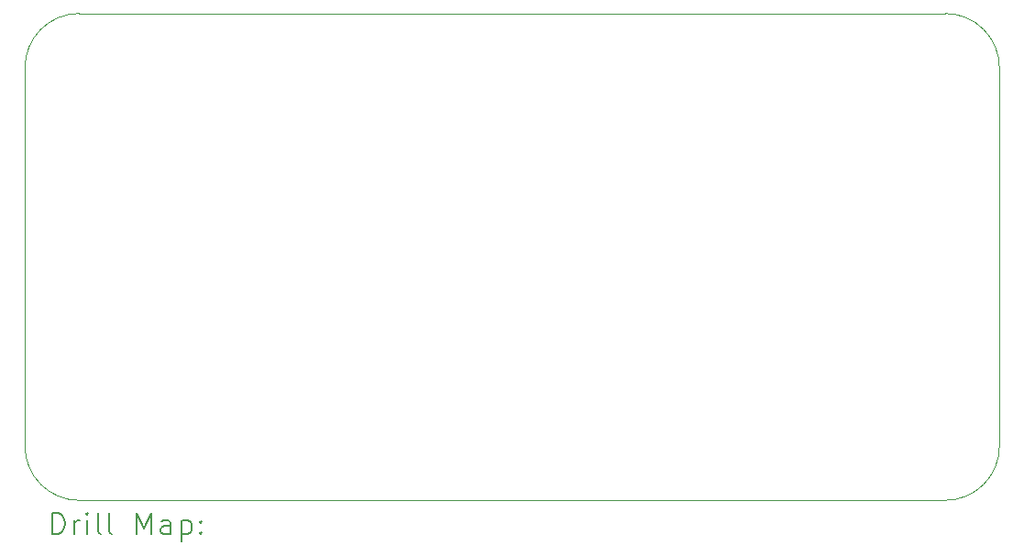
<source format=gbr>
%TF.GenerationSoftware,KiCad,Pcbnew,(6.0.11)*%
%TF.CreationDate,2023-08-09T22:56:22+02:00*%
%TF.ProjectId,Voiture_RC,566f6974-7572-4655-9f52-432e6b696361,rev?*%
%TF.SameCoordinates,Original*%
%TF.FileFunction,Drillmap*%
%TF.FilePolarity,Positive*%
%FSLAX45Y45*%
G04 Gerber Fmt 4.5, Leading zero omitted, Abs format (unit mm)*
G04 Created by KiCad (PCBNEW (6.0.11)) date 2023-08-09 22:56:22*
%MOMM*%
%LPD*%
G01*
G04 APERTURE LIST*
%ADD10C,0.100000*%
%ADD11C,0.200000*%
G04 APERTURE END LIST*
D10*
X13000000Y-11000000D02*
X13000000Y-14500000D01*
X21500000Y-10500000D02*
X13500000Y-10500000D01*
X13000000Y-14500000D02*
G75*
G03*
X13500000Y-15000000I500000J0D01*
G01*
X13500000Y-15000000D02*
X21500000Y-15000000D01*
X22000000Y-11000000D02*
G75*
G03*
X21500000Y-10500000I-500000J0D01*
G01*
X13500000Y-10500000D02*
G75*
G03*
X13000000Y-11000000I0J-500000D01*
G01*
X22000000Y-14500000D02*
X22000000Y-11000000D01*
X21500000Y-15000000D02*
G75*
G03*
X22000000Y-14500000I0J500000D01*
G01*
D11*
X13252619Y-15315476D02*
X13252619Y-15115476D01*
X13300238Y-15115476D01*
X13328809Y-15125000D01*
X13347857Y-15144048D01*
X13357381Y-15163095D01*
X13366905Y-15201190D01*
X13366905Y-15229762D01*
X13357381Y-15267857D01*
X13347857Y-15286905D01*
X13328809Y-15305952D01*
X13300238Y-15315476D01*
X13252619Y-15315476D01*
X13452619Y-15315476D02*
X13452619Y-15182143D01*
X13452619Y-15220238D02*
X13462143Y-15201190D01*
X13471667Y-15191667D01*
X13490714Y-15182143D01*
X13509762Y-15182143D01*
X13576428Y-15315476D02*
X13576428Y-15182143D01*
X13576428Y-15115476D02*
X13566905Y-15125000D01*
X13576428Y-15134524D01*
X13585952Y-15125000D01*
X13576428Y-15115476D01*
X13576428Y-15134524D01*
X13700238Y-15315476D02*
X13681190Y-15305952D01*
X13671667Y-15286905D01*
X13671667Y-15115476D01*
X13805000Y-15315476D02*
X13785952Y-15305952D01*
X13776428Y-15286905D01*
X13776428Y-15115476D01*
X14033571Y-15315476D02*
X14033571Y-15115476D01*
X14100238Y-15258333D01*
X14166905Y-15115476D01*
X14166905Y-15315476D01*
X14347857Y-15315476D02*
X14347857Y-15210714D01*
X14338333Y-15191667D01*
X14319286Y-15182143D01*
X14281190Y-15182143D01*
X14262143Y-15191667D01*
X14347857Y-15305952D02*
X14328809Y-15315476D01*
X14281190Y-15315476D01*
X14262143Y-15305952D01*
X14252619Y-15286905D01*
X14252619Y-15267857D01*
X14262143Y-15248809D01*
X14281190Y-15239286D01*
X14328809Y-15239286D01*
X14347857Y-15229762D01*
X14443095Y-15182143D02*
X14443095Y-15382143D01*
X14443095Y-15191667D02*
X14462143Y-15182143D01*
X14500238Y-15182143D01*
X14519286Y-15191667D01*
X14528809Y-15201190D01*
X14538333Y-15220238D01*
X14538333Y-15277381D01*
X14528809Y-15296428D01*
X14519286Y-15305952D01*
X14500238Y-15315476D01*
X14462143Y-15315476D01*
X14443095Y-15305952D01*
X14624048Y-15296428D02*
X14633571Y-15305952D01*
X14624048Y-15315476D01*
X14614524Y-15305952D01*
X14624048Y-15296428D01*
X14624048Y-15315476D01*
X14624048Y-15191667D02*
X14633571Y-15201190D01*
X14624048Y-15210714D01*
X14614524Y-15201190D01*
X14624048Y-15191667D01*
X14624048Y-15210714D01*
M02*

</source>
